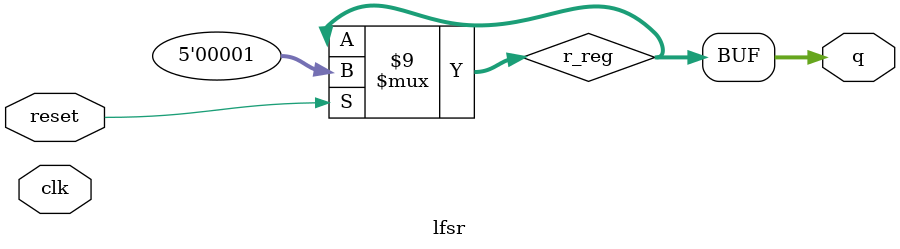
<source format=v>
module lfsr( 
    input clk,
    input reset,
    output [4:0] q
); 
reg [4:0] r_reg;
wire [4:0] r_next;
wire feedback_value;
// on reset set the value of r_reg to 1
// otherwise assign r_next to r_reg
// assign the xor of bit positions 2 and 4 of r_reg to feedback_value
// assign feedback concatenated with 4 most significant bits of r_reg to r_next
// assign r_reg to the output q
assign r_next = (r_reg & ~reset) | (r_reg & {feedback_value, r_reg[4] & ~reset});
assign q = r_reg;
// define the feedback function
assign feedback_value = r_reg[2] ^ r_reg[4];
// define the reset function
assign r_reg = reset ? 5'b1 : r_reg;
endmodule

</source>
